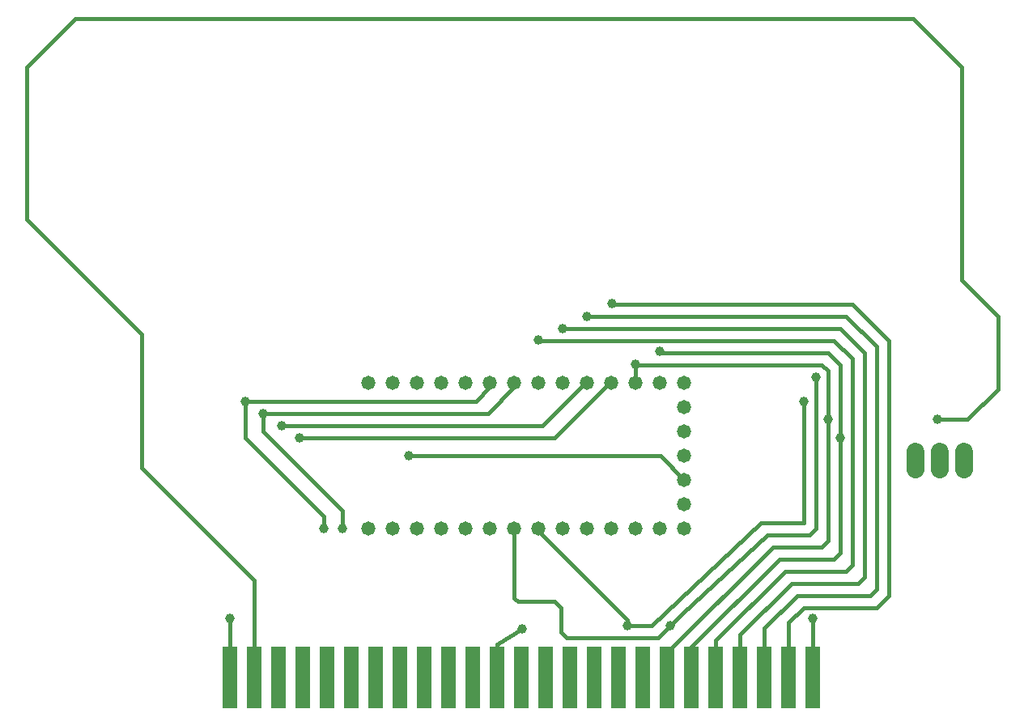
<source format=gbl>
G75*
%MOIN*%
%OFA0B0*%
%FSLAX25Y25*%
%IPPOS*%
%LPD*%
%AMOC8*
5,1,8,0,0,1.08239X$1,22.5*
%
%ADD10R,0.06000X0.25500*%
%ADD11C,0.05800*%
%ADD12C,0.07400*%
%ADD13C,0.03962*%
%ADD14C,0.01600*%
D10*
X0121170Y0038000D03*
X0131170Y0038000D03*
X0141170Y0038000D03*
X0151170Y0038000D03*
X0161170Y0038000D03*
X0171170Y0038000D03*
X0181170Y0038000D03*
X0191170Y0038000D03*
X0201170Y0038000D03*
X0211170Y0038000D03*
X0221170Y0038000D03*
X0231170Y0038000D03*
X0241170Y0038000D03*
X0251170Y0038000D03*
X0261170Y0038000D03*
X0271170Y0038000D03*
X0281170Y0038000D03*
X0291170Y0038000D03*
X0301170Y0038000D03*
X0311170Y0038000D03*
X0321170Y0038000D03*
X0331170Y0038000D03*
X0341170Y0038000D03*
X0351170Y0038000D03*
X0361170Y0038000D03*
D11*
X0308220Y0099544D03*
X0298220Y0099544D03*
X0288220Y0099544D03*
X0278220Y0099544D03*
X0268220Y0099544D03*
X0258220Y0099544D03*
X0248220Y0099544D03*
X0238220Y0099544D03*
X0228220Y0099544D03*
X0218220Y0099544D03*
X0208220Y0099544D03*
X0198220Y0099544D03*
X0188220Y0099544D03*
X0178220Y0099544D03*
X0178220Y0159544D03*
X0188220Y0159544D03*
X0198220Y0159544D03*
X0208220Y0159544D03*
X0218220Y0159544D03*
X0228220Y0159544D03*
X0238220Y0159544D03*
X0248220Y0159544D03*
X0258220Y0159544D03*
X0268220Y0159544D03*
X0278220Y0159544D03*
X0288220Y0159544D03*
X0298220Y0159544D03*
X0308220Y0159544D03*
X0308220Y0149544D03*
X0308220Y0139544D03*
X0308220Y0129544D03*
X0308220Y0119544D03*
X0308220Y0109544D03*
D12*
X0403511Y0123653D02*
X0403511Y0131053D01*
X0413511Y0131053D02*
X0413511Y0123653D01*
X0423511Y0123653D02*
X0423511Y0131053D01*
D13*
X0412233Y0144410D03*
X0372233Y0136910D03*
X0367233Y0144410D03*
X0357233Y0151910D03*
X0362233Y0161910D03*
X0298183Y0172310D03*
X0288183Y0167010D03*
X0268133Y0186660D03*
X0258183Y0181860D03*
X0248183Y0177110D03*
X0278383Y0191960D03*
X0194733Y0129410D03*
X0167233Y0099410D03*
X0159733Y0099410D03*
X0121033Y0062510D03*
X0149733Y0136910D03*
X0142233Y0141910D03*
X0134733Y0146910D03*
X0127233Y0151910D03*
X0241283Y0058210D03*
X0284733Y0059410D03*
X0302233Y0059410D03*
X0361033Y0062510D03*
D14*
X0121033Y0062510D02*
X0121033Y0038137D01*
X0121170Y0038000D01*
X0131170Y0038000D02*
X0131170Y0077973D01*
X0084733Y0124410D01*
X0084733Y0179410D01*
X0037233Y0226910D01*
X0037233Y0289410D01*
X0057233Y0309410D01*
X0402233Y0309410D01*
X0422233Y0289410D01*
X0422233Y0201910D01*
X0437233Y0186910D01*
X0437233Y0156910D01*
X0424733Y0144410D01*
X0412233Y0144410D01*
X0387233Y0174410D02*
X0374733Y0186910D01*
X0268383Y0186910D01*
X0268133Y0186660D01*
X0258183Y0181860D02*
X0372183Y0181860D01*
X0372233Y0181910D01*
X0382233Y0171910D01*
X0382233Y0079410D01*
X0379733Y0076910D01*
X0352233Y0076910D01*
X0331170Y0055847D01*
X0331170Y0038000D01*
X0321170Y0038000D02*
X0321170Y0053347D01*
X0349733Y0081910D01*
X0374733Y0081910D01*
X0377233Y0084410D01*
X0377233Y0169410D01*
X0369733Y0176910D01*
X0248383Y0176910D01*
X0248183Y0177110D01*
X0238220Y0159544D02*
X0238220Y0157898D01*
X0227233Y0146910D01*
X0134733Y0146910D01*
X0134733Y0139410D01*
X0167233Y0106910D01*
X0167233Y0099410D01*
X0159733Y0099410D02*
X0159733Y0104410D01*
X0127233Y0136910D01*
X0127233Y0151910D01*
X0222233Y0151910D01*
X0228220Y0157898D01*
X0228220Y0159544D01*
X0249733Y0141910D02*
X0142233Y0141910D01*
X0149733Y0136910D02*
X0254733Y0136910D01*
X0277367Y0159544D01*
X0278220Y0159544D01*
X0268220Y0159544D02*
X0267367Y0159544D01*
X0249733Y0141910D01*
X0288220Y0159544D02*
X0288220Y0166973D01*
X0288183Y0167010D01*
X0288283Y0166910D01*
X0364733Y0166910D01*
X0367233Y0164410D01*
X0367233Y0144410D01*
X0367233Y0094410D01*
X0364733Y0091910D01*
X0344733Y0091910D01*
X0301170Y0048347D01*
X0301170Y0038000D01*
X0311170Y0038000D02*
X0311170Y0050847D01*
X0347233Y0086910D01*
X0369733Y0086910D01*
X0372233Y0089410D01*
X0372233Y0136910D01*
X0372233Y0166910D01*
X0367233Y0171910D01*
X0298583Y0171910D01*
X0298183Y0172310D01*
X0278433Y0191910D02*
X0278383Y0191960D01*
X0278433Y0191910D02*
X0377233Y0191910D01*
X0392233Y0176910D01*
X0392233Y0071910D01*
X0387233Y0066910D01*
X0357233Y0066910D01*
X0351170Y0060847D01*
X0351170Y0038000D01*
X0341170Y0038000D02*
X0341170Y0058347D01*
X0354733Y0071910D01*
X0384733Y0071910D01*
X0387233Y0074410D01*
X0387233Y0174410D01*
X0362233Y0161910D02*
X0362233Y0099410D01*
X0359733Y0096910D01*
X0342233Y0096910D01*
X0307233Y0064410D01*
X0302233Y0059410D01*
X0297233Y0054410D01*
X0259733Y0054410D01*
X0257233Y0056910D01*
X0257233Y0066910D01*
X0254733Y0069410D01*
X0239733Y0069410D01*
X0238220Y0070923D01*
X0238220Y0099544D01*
X0248220Y0099544D02*
X0248220Y0098423D01*
X0284733Y0061910D01*
X0284733Y0059410D01*
X0294733Y0059410D01*
X0339733Y0101910D01*
X0357233Y0101910D01*
X0357233Y0151910D01*
X0308220Y0119544D02*
X0298355Y0129410D01*
X0194733Y0129410D01*
X0241283Y0058210D02*
X0231170Y0051647D01*
X0231170Y0038000D01*
X0361170Y0038000D02*
X0361170Y0062373D01*
X0361033Y0062510D01*
M02*

</source>
